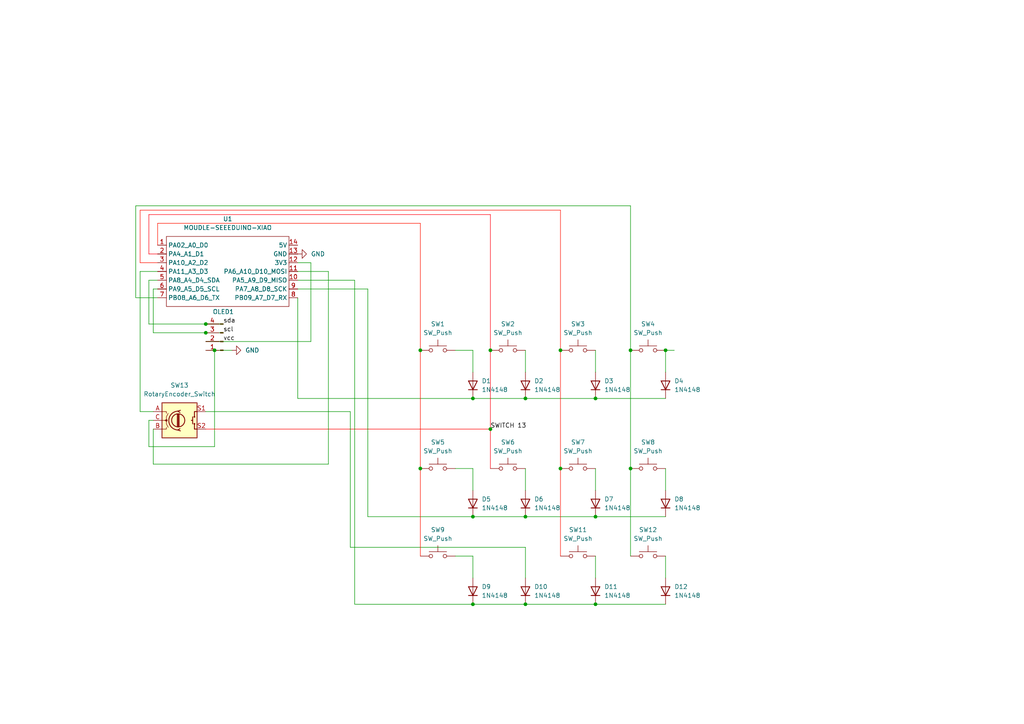
<source format=kicad_sch>
(kicad_sch (version 20250114) (generator "eeschema") (generator_version "9.0")
  (paper "A4")
  (lib_symbols
    (symbol "Connector:Conn_01x04_Pin" (pin_names (offset 1.016) (hide yes))
      (property "Reference" "J" (at 0 5.08 0))
      (property "Value" "Conn_01x04_Pin" (at 0 -7.62 0))
      (symbol "Conn_01x04_Pin_1_1"
        (rectangle (start 0.8636 2.667) (end 0 2.413) (stroke (width 0.1524)) (fill (type outline)))
        (rectangle (start 0.8636 0.127) (end 0 -0.127) (stroke (width 0.1524)) (fill (type outline)))
        (rectangle (start 0.8636 -2.413) (end 0 -2.667) (stroke (width 0.1524)) (fill (type outline)))
        (rectangle (start 0.8636 -4.953) (end 0 -5.207) (stroke (width 0.1524)) (fill (type outline)))
        (polyline (pts (xy 1.27 2.54) (xy 0.8636 2.54)) (stroke (width 0.1524)))
        (polyline (pts (xy 1.27 0) (xy 0.8636 0)) (stroke (width 0.1524)))
        (polyline (pts (xy 1.27 -2.54) (xy 0.8636 -2.54)) (stroke (width 0.1524)))
        (polyline (pts (xy 1.27 -5.08) (xy 0.8636 -5.08)) (stroke (width 0.1524)))
        (pin passive line (at 5.08 2.54 180) (length 3.81) (name "Pin_1") (number "1"))
        (pin passive line (at 5.08 0 180) (length 3.81) (name "Pin_2") (number "2"))
        (pin passive line (at 5.08 -2.54 180) (length 3.81) (name "Pin_3") (number "3"))
        (pin passive line (at 5.08 -5.08 180) (length 3.81) (name "Pin_4") (number "4"))
      )
    )
    (symbol "Device:RotaryEncoder_Switch" (pin_names (offset 0.254) (hide yes))
      (property "Reference" "SW" (at 0 6.604 0))
      (property "Value" "RotaryEncoder_Switch" (at 0 -6.604 0))
      (symbol "RotaryEncoder_Switch_0_1"
        (rectangle (start -5.08 5.08) (end 5.08 -5.08) (stroke (width 0.254)) (fill (type background)))
        (polyline (pts (xy -5.08 2.54) (xy -3.81 2.54) (xy -3.81 2.032)))
        (polyline (pts (xy -5.08 0) (xy -3.81 0) (xy -3.81 -1.016) (xy -3.302 -2.032)))
        (polyline (pts (xy -5.08 -2.54) (xy -3.81 -2.54) (xy -3.81 -2.032)))
        (polyline (pts (xy -4.318 0) (xy -3.81 0) (xy -3.81 1.016) (xy -3.302 2.032)))
        (circle (center -3.81 0) (radius 0.254) (fill (type outline)))
        (polyline (pts (xy -0.635 -1.778) (xy -0.635 1.778)) (stroke (width 0.254)))
        (circle (center -0.381 0) (radius 1.905) (stroke (width 0.254)))
        (polyline (pts (xy -0.381 -1.778) (xy -0.381 1.778)) (stroke (width 0.254)))
        (arc (start -0.381 -2.794) (mid -3.0988 -0.0635) (end -0.381 2.667) (stroke (width 0.254)))
        (polyline (pts (xy -0.127 1.778) (xy -0.127 -1.778)) (stroke (width 0.254)))
        (polyline (pts (xy 0.254 2.921) (xy -0.508 2.667) (xy 0.127 2.286)) (stroke (width 0.254)))
        (polyline (pts (xy 0.254 -3.048) (xy -0.508 -2.794) (xy 0.127 -2.413)) (stroke (width 0.254)))
        (polyline (pts (xy 3.81 1.016) (xy 3.81 -1.016)) (stroke (width 0.254)))
        (polyline (pts (xy 3.81 0) (xy 3.429 0)) (stroke (width 0.254)))
        (circle (center 4.318 1.016) (radius 0.127) (stroke (width 0.254)))
        (circle (center 4.318 -1.016) (radius 0.127) (stroke (width 0.254)))
        (polyline (pts (xy 5.08 2.54) (xy 4.318 2.54) (xy 4.318 1.016)) (stroke (width 0.254)))
        (polyline (pts (xy 5.08 -2.54) (xy 4.318 -2.54) (xy 4.318 -1.016)) (stroke (width 0.254)))
      )
      (symbol "RotaryEncoder_Switch_1_1"
        (pin passive line (at -7.62 2.54 0) (length 2.54) (name "A") (number "A"))
        (pin passive line (at -7.62 0 0) (length 2.54) (name "C") (number "C"))
        (pin passive line (at -7.62 -2.54 0) (length 2.54) (name "B") (number "B"))
        (pin passive line (at 7.62 2.54 180) (length 2.54) (name "S1") (number "S1"))
        (pin passive line (at 7.62 -2.54 180) (length 2.54) (name "S2") (number "S2"))
      )
    )
    (symbol "Diode:1N4148" (pin_numbers (hide yes)) (pin_names (hide yes))
      (property "Reference" "D" (at 0 2.54 0))
      (property "Value" "1N4148" (at 0 -2.54 0))
      (symbol "1N4148_0_1"
        (polyline (pts (xy -1.27 1.27) (xy -1.27 -1.27)) (stroke (width 0.254)))
        (polyline (pts (xy 1.27 1.27) (xy 1.27 -1.27) (xy -1.27 0) (xy 1.27 1.27)) (stroke (width 0.254)))
        (polyline (pts (xy 1.27 0) (xy -1.27 0)))
      )
      (symbol "1N4148_1_1"
        (pin passive line (at -3.81 0 0) (length 2.54) (name "K") (number "1"))
        (pin passive line (at 3.81 0 180) (length 2.54) (name "A") (number "2"))
      )
    )
    (symbol "Switch:SW_Push" (pin_numbers (hide yes)) (pin_names (offset 1.016) (hide yes))
      (property "Reference" "SW" (at 1.27 2.54 0))
      (property "Value" "SW_Push" (at 0 -1.524 0))
      (symbol "SW_Push_0_1"
        (circle (center -2.032 0) (radius 0.508))
        (polyline (pts (xy 0 1.27) (xy 0 3.048)))
        (circle (center 2.032 0) (radius 0.508))
        (polyline (pts (xy 2.54 1.27) (xy -2.54 1.27)))
        (pin passive line (at -5.08 0 0) (length 2.54) (name "1") (number "1"))
        (pin passive line (at 5.08 0 180) (length 2.54) (name "2") (number "2"))
      )
    )
    (symbol "XIAO_RP2040:MOUDLE-SEEEDUINO-XIAO"
      (property "Reference" "U" (at -16.51 11.43 0))
      (property "Value" "MOUDLE-SEEEDUINO-XIAO" (at -3.81 -11.43 0))
      (symbol "MOUDLE-SEEEDUINO-XIAO_0_1"
        (rectangle (start -16.51 10.16) (end 19.05 -10.16))
      )
      (symbol "MOUDLE-SEEEDUINO-XIAO_1_1"
        (pin passive line (at -19.05 7.62 0) (length 2.54) (name "PA02_A0_D0") (number "1"))
        (pin passive line (at -19.05 5.08 0) (length 2.54) (name "PA4_A1_D1") (number "2"))
        (pin passive line (at -19.05 2.54 0) (length 2.54) (name "PA10_A2_D2") (number "3"))
        (pin passive line (at -19.05 0 0) (length 2.54) (name "PA11_A3_D3") (number "4"))
        (pin passive line (at -19.05 -2.54 0) (length 2.54) (name "PA8_A4_D4_SDA") (number "5"))
        (pin passive line (at -19.05 -5.08 0) (length 2.54) (name "PA9_A5_D5_SCL") (number "6"))
        (pin passive line (at -19.05 -7.62 0) (length 2.54) (name "PB08_A6_D6_TX") (number "7"))
        (pin passive line (at 21.59 7.62 180) (length 2.54) (name "5V") (number "14"))
        (pin passive line (at 21.59 5.08 180) (length 2.54) (name "GND") (number "13"))
        (pin passive line (at 21.59 2.54 180) (length 2.54) (name "3V3") (number "12"))
        (pin passive line (at 21.59 0 180) (length 2.54) (name "PA6_A10_D10_MOSI") (number "11"))
        (pin passive line (at 21.59 -2.54 180) (length 2.54) (name "PA5_A9_D9_MISO") (number "10"))
        (pin passive line (at 21.59 -5.08 180) (length 2.54) (name "PA7_A8_D8_SCK") (number "9"))
        (pin passive line (at 21.59 -7.62 180) (length 2.54) (name "PB09_A7_D7_RX") (number "8"))
      )
    )
    (symbol "power:GND" (power) (pin_numbers (hide yes)) (pin_names (offset 0) (hide yes))
      (property "Value" "GND" (at 0 -3.81 0))
      (symbol "GND_0_1"
        (polyline (pts (xy 0 0) (xy 0 -1.27) (xy 1.27 -1.27) (xy 0 -2.54) (xy -1.27 -1.27) (xy 0 -1.27)))
      )
      (symbol "GND_1_1"
        (pin power_in line (at 0 0 270) (length 0) (name "~") (number "1"))
      )
    )
  )
  (junction (at 142.24 124.46))
  (junction (at 62.23 101.6))
  (junction (at 137.16 115.57))
  (junction (at 152.4 175.26))
  (junction (at 152.4 149.86))
  (junction (at 172.72 149.86))
  (junction (at 182.88 101.6))
  (junction (at 182.88 135.89))
  (junction (at 59.69 96.52))
  (junction (at 59.69 93.98))
  (junction (at 142.24 101.6))
  (junction (at 172.72 175.26))
  (junction (at 121.92 101.6))
  (junction (at 152.4 115.57))
  (junction (at 162.56 135.89))
  (junction (at 121.92 135.89))
  (junction (at 137.16 149.86))
  (junction (at 162.56 101.6))
  (junction (at 172.72 115.57))
  (junction (at 193.04 101.6))
  (junction (at 137.16 175.26))
  (wire (pts (xy 137.16 161.29) (xy 137.16 167.64)))
  (wire (pts (xy 95.25 134.62) (xy 95.25 78.74)))
  (wire (pts (xy 43.18 81.28) (xy 45.72 81.28)))
  (wire (pts (xy 45.72 86.36) (xy 39.37 86.36)))
  (wire (pts (xy 152.4 149.86) (xy 172.72 149.86)))
  (wire (pts (xy 45.72 64.77) (xy 121.92 64.77)) (stroke (width 0) (color 255 19 0 1)))
  (wire (pts (xy 182.88 59.69) (xy 182.88 101.6)))
  (wire (pts (xy 59.69 96.52) (xy 44.45 96.52)))
  (wire (pts (xy 182.88 101.6) (xy 182.88 135.89)))
  (wire (pts (xy 86.36 76.2) (xy 90.17 76.2)))
  (wire (pts (xy 172.72 175.26) (xy 193.04 175.26)))
  (wire (pts (xy 44.45 83.82) (xy 45.72 83.82)))
  (wire (pts (xy 59.69 93.98) (xy 64.77 93.98)))
  (wire (pts (xy 152.4 158.75) (xy 152.4 167.64)))
  (wire (pts (xy 193.04 101.6) (xy 195.58 101.6)))
  (wire (pts (xy 40.64 119.38) (xy 40.64 78.74)))
  (wire (pts (xy 59.69 96.52) (xy 64.77 96.52)))
  (wire (pts (xy 101.6 158.75) (xy 152.4 158.75)))
  (wire (pts (xy 59.69 119.38) (xy 101.6 119.38)))
  (wire (pts (xy 43.18 121.92) (xy 43.18 129.54)))
  (wire (pts (xy 44.45 124.46) (xy 44.45 134.62)))
  (wire (pts (xy 59.69 99.06) (xy 90.17 99.06)))
  (wire (pts (xy 101.6 119.38) (xy 101.6 158.75)))
  (wire (pts (xy 152.4 115.57) (xy 172.72 115.57)))
  (wire (pts (xy 162.56 101.6) (xy 162.56 135.89)) (stroke (width 0) (color 255 22 7 1)))
  (wire (pts (xy 45.72 73.66) (xy 43.18 73.66)) (stroke (width 0) (color 255 0 15 1)))
  (wire (pts (xy 142.24 101.6) (xy 142.24 124.46)) (stroke (width 0) (color 255 0 15 1)))
  (wire (pts (xy 193.04 161.29) (xy 193.04 167.64)))
  (wire (pts (xy 43.18 129.54) (xy 62.23 129.54)))
  (wire (pts (xy 162.56 60.96) (xy 162.56 101.6)) (stroke (width 0) (color 255 22 7 1)))
  (wire (pts (xy 45.72 76.2) (xy 40.64 76.2)) (stroke (width 0) (color 255 22 7 1)))
  (wire (pts (xy 40.64 78.74) (xy 45.72 78.74)))
  (wire (pts (xy 59.69 93.98) (xy 43.18 93.98)))
  (wire (pts (xy 152.4 135.89) (xy 152.4 142.24)))
  (wire (pts (xy 44.45 134.62) (xy 95.25 134.62)))
  (wire (pts (xy 193.04 101.6) (xy 193.04 107.95)))
  (wire (pts (xy 39.37 86.36) (xy 39.37 59.69)))
  (wire (pts (xy 44.45 96.52) (xy 44.45 83.82)))
  (wire (pts (xy 86.36 83.82) (xy 106.68 83.82)))
  (wire (pts (xy 172.72 149.86) (xy 193.04 149.86)))
  (wire (pts (xy 137.16 101.6) (xy 137.16 107.95)))
  (wire (pts (xy 86.36 115.57) (xy 86.36 86.36)))
  (wire (pts (xy 39.37 59.69) (xy 182.88 59.69)))
  (wire (pts (xy 40.64 60.96) (xy 40.64 76.2)) (stroke (width 0) (color 255 22 7 1)))
  (wire (pts (xy 172.72 115.57) (xy 193.04 115.57)))
  (wire (pts (xy 137.16 135.89) (xy 137.16 142.24)))
  (wire (pts (xy 106.68 83.82) (xy 106.68 149.86)))
  (wire (pts (xy 132.08 135.89) (xy 137.16 135.89)))
  (wire (pts (xy 43.18 62.23) (xy 43.18 73.66)) (stroke (width 0) (color 255 0 15 1)))
  (wire (pts (xy 102.87 175.26) (xy 137.16 175.26)))
  (wire (pts (xy 162.56 135.89) (xy 162.56 161.29)) (stroke (width 0) (color 255 22 7 1)))
  (wire (pts (xy 40.64 60.96) (xy 162.56 60.96)) (stroke (width 0) (color 255 22 7 1)))
  (wire (pts (xy 59.69 101.6) (xy 62.23 101.6)))
  (wire (pts (xy 43.18 62.23) (xy 142.24 62.23)) (stroke (width 0) (color 255 0 15 1)))
  (wire (pts (xy 121.92 135.89) (xy 121.92 161.29)) (stroke (width 0) (color 255 19 0 1)))
  (wire (pts (xy 106.68 149.86) (xy 137.16 149.86)))
  (wire (pts (xy 102.87 81.28) (xy 102.87 175.26)))
  (wire (pts (xy 62.23 101.6) (xy 62.23 129.54)))
  (wire (pts (xy 182.88 135.89) (xy 182.88 161.29)))
  (wire (pts (xy 137.16 149.86) (xy 152.4 149.86)))
  (wire (pts (xy 43.18 93.98) (xy 43.18 81.28)))
  (wire (pts (xy 132.08 161.29) (xy 137.16 161.29)))
  (wire (pts (xy 172.72 135.89) (xy 172.72 142.24)))
  (wire (pts (xy 142.24 62.23) (xy 142.24 101.6)) (stroke (width 0) (color 255 0 15 1)))
  (wire (pts (xy 142.24 124.46) (xy 142.24 135.89)) (stroke (width 0) (color 255 0 15 1)))
  (wire (pts (xy 121.92 101.6) (xy 121.92 135.89)) (stroke (width 0) (color 255 19 0 1)))
  (wire (pts (xy 172.72 101.6) (xy 172.72 107.95)))
  (wire (pts (xy 172.72 161.29) (xy 172.72 167.64)))
  (wire (pts (xy 137.16 115.57) (xy 86.36 115.57)))
  (wire (pts (xy 90.17 76.2) (xy 90.17 99.06)))
  (wire (pts (xy 152.4 175.26) (xy 172.72 175.26)))
  (wire (pts (xy 45.72 64.77) (xy 45.72 71.12)) (stroke (width 0) (color 255 19 0 1)))
  (wire (pts (xy 121.92 64.77) (xy 121.92 101.6)) (stroke (width 0) (color 255 19 0 1)))
  (wire (pts (xy 44.45 119.38) (xy 40.64 119.38)))
  (wire (pts (xy 137.16 175.26) (xy 152.4 175.26)))
  (wire (pts (xy 193.04 135.89) (xy 193.04 142.24)))
  (wire (pts (xy 44.45 121.92) (xy 43.18 121.92)))
  (wire (pts (xy 62.23 101.6) (xy 67.31 101.6)))
  (wire (pts (xy 132.08 101.6) (xy 137.16 101.6)))
  (wire (pts (xy 95.25 78.74) (xy 86.36 78.74)))
  (wire (pts (xy 59.69 124.46) (xy 142.24 124.46)) (stroke (width 0) (color 255 0 0 1)))
  (wire (pts (xy 86.36 81.28) (xy 102.87 81.28)))
  (wire (pts (xy 152.4 101.6) (xy 152.4 107.95)))
  (wire (pts (xy 137.16 115.57) (xy 152.4 115.57)))
  (label "vcc" (at 64.77 99.06 0))
  (label "sda" (at 64.77 93.98 0))
  (label "SWITCH 13" (at 142.24 124.46 0))
  (label "scl" (at 64.77 96.52 0))
  (symbol (lib_id "Connector:Conn_01x04_Pin") (at 64.77 99.06 180) (unit 1)
    (property "Reference" "OLED1" (at 64.77 90.424 0))
    (property "Value" "Conn_01x04_Pin" (effects (hide yes)))
    (property "Footprint" "KiCad-SSD1306-0.91-OLED-4pin-128x32:SSD1306-0.91-OLED-4pin-128x32" (effects (hide yes)))
    (property "Description" "Generic connector, single row, 01x04, script generated" (effects (hide yes)))
  )
  (symbol (lib_id "Diode:1N4148") (at 193.04 146.05 90) (unit 1)
    (property "Reference" "D8" (at 195.58 144.7799 90) (effects (justify right)))
    (property "Value" "1N4148" (at 195.58 147.3199 90) (effects (justify right)))
    (property "Footprint" "Diode_THT:D_DO-35_SOD27_P7.62mm_Horizontal" (effects (hide yes)))
    (property "Datasheet" "https://assets.nexperia.com/documents/data-sheet/1N4148_1N4448.pdf" (effects (hide yes)))
    (property "Description" "100V 0.15A standard switching diode, DO-35" (effects (hide yes)))
    (property "Sim.Device" "D" (effects (hide yes)))
    (property "Sim.Pins" "1=K 2=A" (effects (hide yes)))
  )
  (symbol (lib_id "Switch:SW_Push") (at 127 101.6 0) (unit 1)
    (property "Reference" "SW1" (at 127 93.98 0))
    (property "Value" "SW_Push" (at 127 96.52 0))
    (property "Footprint" "Button_Switch_Keyboard:SW_Cherry_MX_1.00u_PCB_3d" (effects (hide yes)))
    (property "Description" "Push button switch, generic, two pins" (effects (hide yes)))
  )
  (symbol (lib_id "Switch:SW_Push") (at 147.32 135.89 0) (unit 1)
    (property "Reference" "SW6" (at 147.32 128.27 0))
    (property "Value" "SW_Push" (at 147.32 130.81 0))
    (property "Footprint" "Button_Switch_Keyboard:SW_Cherry_MX_1.00u_PCB_3d" (effects (hide yes)))
    (property "Description" "Push button switch, generic, two pins" (effects (hide yes)))
  )
  (symbol (lib_id "Switch:SW_Push") (at 187.96 135.89 0) (unit 1)
    (property "Reference" "SW8" (at 187.96 128.27 0))
    (property "Value" "SW_Push" (at 187.96 130.81 0))
    (property "Footprint" "Button_Switch_Keyboard:SW_Cherry_MX_1.00u_PCB_3d" (effects (hide yes)))
    (property "Description" "Push button switch, generic, two pins" (effects (hide yes)))
  )
  (symbol (lib_id "Switch:SW_Push") (at 147.32 101.6 0) (unit 1)
    (property "Reference" "SW2" (at 147.32 93.98 0))
    (property "Value" "SW_Push" (at 147.32 96.52 0))
    (property "Footprint" "Button_Switch_Keyboard:SW_Cherry_MX_1.00u_PCB_3d" (effects (hide yes)))
    (property "Description" "Push button switch, generic, two pins" (effects (hide yes)))
  )
  (symbol (lib_id "XIAO_RP2040:MOUDLE-SEEEDUINO-XIAO") (at 64.77 78.74 0) (unit 1)
    (property "Reference" "U1" (at 66.04 63.5 0))
    (property "Value" "MOUDLE-SEEEDUINO-XIAO" (at 66.04 66.04 0))
    (property "Footprint" "footprints:XIAO-Generic-Hybrid-14P-2.54-21X17.8MM" (effects (hide yes)))
  )
  (symbol (lib_id "Diode:1N4148") (at 137.16 111.76 90) (unit 1)
    (property "Reference" "D1" (at 139.7 110.4899 90) (effects (justify right)))
    (property "Value" "1N4148" (at 139.7 113.0299 90) (effects (justify right)))
    (property "Footprint" "Diode_THT:D_DO-35_SOD27_P7.62mm_Horizontal" (effects (hide yes)))
    (property "Datasheet" "https://assets.nexperia.com/documents/data-sheet/1N4148_1N4448.pdf" (effects (hide yes)))
    (property "Description" "100V 0.15A standard switching diode, DO-35" (effects (hide yes)))
    (property "Sim.Device" "D" (effects (hide yes)))
    (property "Sim.Pins" "1=K 2=A" (effects (hide yes)))
  )
  (symbol (lib_id "Diode:1N4148") (at 137.16 171.45 90) (unit 1)
    (property "Reference" "D9" (at 139.7 170.1799 90) (effects (justify right)))
    (property "Value" "1N4148" (at 139.7 172.7199 90) (effects (justify right)))
    (property "Footprint" "Diode_THT:D_DO-35_SOD27_P7.62mm_Horizontal" (effects (hide yes)))
    (property "Datasheet" "https://assets.nexperia.com/documents/data-sheet/1N4148_1N4448.pdf" (effects (hide yes)))
    (property "Description" "100V 0.15A standard switching diode, DO-35" (effects (hide yes)))
    (property "Sim.Device" "D" (effects (hide yes)))
    (property "Sim.Pins" "1=K 2=A" (effects (hide yes)))
  )
  (symbol (lib_id "Diode:1N4148") (at 172.72 111.76 90) (unit 1)
    (property "Reference" "D3" (at 175.26 110.4899 90) (effects (justify right)))
    (property "Value" "1N4148" (at 175.26 113.0299 90) (effects (justify right)))
    (property "Footprint" "Diode_THT:D_DO-35_SOD27_P7.62mm_Horizontal" (effects (hide yes)))
    (property "Datasheet" "https://assets.nexperia.com/documents/data-sheet/1N4148_1N4448.pdf" (effects (hide yes)))
    (property "Description" "100V 0.15A standard switching diode, DO-35" (effects (hide yes)))
    (property "Sim.Device" "D" (effects (hide yes)))
    (property "Sim.Pins" "1=K 2=A" (effects (hide yes)))
  )
  (symbol (lib_id "power:GND") (at 86.36 73.66 90) (unit 1)
    (property "Reference" "#PWR01" (effects (hide yes)))
    (property "Value" "GND" (at 90.17 73.6599 90) (effects (justify right)))
    (property "Description" "Power symbol creates a global label with name \"GND\" , ground" (effects (hide yes)))
  )
  (symbol (lib_id "Diode:1N4148") (at 193.04 111.76 90) (unit 1)
    (property "Reference" "D4" (at 195.58 110.4899 90) (effects (justify right)))
    (property "Value" "1N4148" (at 195.58 113.0299 90) (effects (justify right)))
    (property "Footprint" "Diode_THT:D_DO-35_SOD27_P7.62mm_Horizontal" (effects (hide yes)))
    (property "Datasheet" "https://assets.nexperia.com/documents/data-sheet/1N4148_1N4448.pdf" (effects (hide yes)))
    (property "Description" "100V 0.15A standard switching diode, DO-35" (effects (hide yes)))
    (property "Sim.Device" "D" (effects (hide yes)))
    (property "Sim.Pins" "1=K 2=A" (effects (hide yes)))
  )
  (symbol (lib_id "Device:RotaryEncoder_Switch") (at 52.07 121.92 0) (unit 1)
    (property "Reference" "SW13" (at 52.07 111.76 0))
    (property "Value" "RotaryEncoder_Switch" (at 52.07 114.3 0))
    (property "Footprint" "Rotary_Encoder:RotaryEncoder_Alps_EC11E-Switch_Vertical_H20mm_CircularMountingHoles" (effects (hide yes)))
    (property "Description" "Rotary encoder, dual channel, incremental quadrate outputs, with switch" (effects (hide yes)))
  )
  (symbol (lib_id "power:GND") (at 67.31 101.6 90) (unit 1)
    (property "Reference" "#PWR02" (effects (hide yes)))
    (property "Value" "GND" (at 71.12 101.5999 90) (effects (justify right)))
    (property "Description" "Power symbol creates a global label with name \"GND\" , ground" (effects (hide yes)))
  )
  (symbol (lib_id "Switch:SW_Push") (at 167.64 101.6 0) (unit 1)
    (property "Reference" "SW3" (at 167.64 93.98 0))
    (property "Value" "SW_Push" (at 167.64 96.52 0))
    (property "Footprint" "Button_Switch_Keyboard:SW_Cherry_MX_1.00u_PCB_3d" (effects (hide yes)))
    (property "Description" "Push button switch, generic, two pins" (effects (hide yes)))
  )
  (symbol (lib_id "Switch:SW_Push") (at 187.96 101.6 0) (unit 1)
    (property "Reference" "SW4" (at 187.96 93.98 0))
    (property "Value" "SW_Push" (at 187.96 96.52 0))
    (property "Footprint" "Button_Switch_Keyboard:SW_Cherry_MX_1.00u_PCB_3d" (effects (hide yes)))
    (property "Description" "Push button switch, generic, two pins" (effects (hide yes)))
  )
  (symbol (lib_id "Switch:SW_Push") (at 167.64 135.89 0) (unit 1)
    (property "Reference" "SW7" (at 167.64 128.27 0))
    (property "Value" "SW_Push" (at 167.64 130.81 0))
    (property "Footprint" "Button_Switch_Keyboard:SW_Cherry_MX_1.00u_PCB_3d" (effects (hide yes)))
    (property "Description" "Push button switch, generic, two pins" (effects (hide yes)))
  )
  (symbol (lib_id "Switch:SW_Push") (at 167.64 161.29 0) (unit 1)
    (property "Reference" "SW11" (at 167.64 153.67 0))
    (property "Value" "SW_Push" (at 167.64 156.21 0))
    (property "Footprint" "Button_Switch_Keyboard:SW_Cherry_MX_1.00u_PCB_3d" (effects (hide yes)))
    (property "Description" "Push button switch, generic, two pins" (effects (hide yes)))
  )
  (symbol (lib_id "Diode:1N4148") (at 172.72 171.45 90) (unit 1)
    (property "Reference" "D11" (at 175.26 170.1799 90) (effects (justify right)))
    (property "Value" "1N4148" (at 175.26 172.7199 90) (effects (justify right)))
    (property "Footprint" "Diode_THT:D_DO-35_SOD27_P7.62mm_Horizontal" (effects (hide yes)))
    (property "Datasheet" "https://assets.nexperia.com/documents/data-sheet/1N4148_1N4448.pdf" (effects (hide yes)))
    (property "Description" "100V 0.15A standard switching diode, DO-35" (effects (hide yes)))
    (property "Sim.Device" "D" (effects (hide yes)))
    (property "Sim.Pins" "1=K 2=A" (effects (hide yes)))
  )
  (symbol (lib_id "Switch:SW_Push") (at 187.96 161.29 0) (unit 1)
    (property "Reference" "SW12" (at 187.96 153.67 0))
    (property "Value" "SW_Push" (at 187.96 156.21 0))
    (property "Footprint" "Button_Switch_Keyboard:SW_Cherry_MX_1.00u_PCB_3d" (effects (hide yes)))
    (property "Description" "Push button switch, generic, two pins" (effects (hide yes)))
  )
  (symbol (lib_id "Diode:1N4148") (at 152.4 171.45 90) (unit 1)
    (property "Reference" "D10" (at 154.94 170.1799 90) (effects (justify right)))
    (property "Value" "1N4148" (at 154.94 172.7199 90) (effects (justify right)))
    (property "Footprint" "Diode_THT:D_DO-35_SOD27_P7.62mm_Horizontal" (effects (hide yes)))
    (property "Datasheet" "https://assets.nexperia.com/documents/data-sheet/1N4148_1N4448.pdf" (effects (hide yes)))
    (property "Description" "100V 0.15A standard switching diode, DO-35" (effects (hide yes)))
    (property "Sim.Device" "D" (effects (hide yes)))
    (property "Sim.Pins" "1=K 2=A" (effects (hide yes)))
  )
  (symbol (lib_id "Switch:SW_Push") (at 127 161.29 0) (unit 1)
    (property "Reference" "SW9" (at 127 153.67 0))
    (property "Value" "SW_Push" (at 127 156.21 0))
    (property "Footprint" "Button_Switch_Keyboard:SW_Cherry_MX_1.00u_PCB_3d" (effects (hide yes)))
    (property "Description" "Push button switch, generic, two pins" (effects (hide yes)))
  )
  (symbol (lib_id "Diode:1N4148") (at 193.04 171.45 90) (unit 1)
    (property "Reference" "D12" (at 195.58 170.1799 90) (effects (justify right)))
    (property "Value" "1N4148" (at 195.58 172.7199 90) (effects (justify right)))
    (property "Footprint" "Diode_THT:D_DO-35_SOD27_P7.62mm_Horizontal" (effects (hide yes)))
    (property "Datasheet" "https://assets.nexperia.com/documents/data-sheet/1N4148_1N4448.pdf" (effects (hide yes)))
    (property "Description" "100V 0.15A standard switching diode, DO-35" (effects (hide yes)))
    (property "Sim.Device" "D" (effects (hide yes)))
    (property "Sim.Pins" "1=K 2=A" (effects (hide yes)))
  )
  (symbol (lib_id "Diode:1N4148") (at 172.72 146.05 90) (unit 1)
    (property "Reference" "D7" (at 175.26 144.7799 90) (effects (justify right)))
    (property "Value" "1N4148" (at 175.26 147.3199 90) (effects (justify right)))
    (property "Footprint" "Diode_THT:D_DO-35_SOD27_P7.62mm_Horizontal" (effects (hide yes)))
    (property "Datasheet" "https://assets.nexperia.com/documents/data-sheet/1N4148_1N4448.pdf" (effects (hide yes)))
    (property "Description" "100V 0.15A standard switching diode, DO-35" (effects (hide yes)))
    (property "Sim.Device" "D" (effects (hide yes)))
    (property "Sim.Pins" "1=K 2=A" (effects (hide yes)))
  )
  (symbol (lib_id "Diode:1N4148") (at 152.4 111.76 90) (unit 1)
    (property "Reference" "D2" (at 154.94 110.4899 90) (effects (justify right)))
    (property "Value" "1N4148" (at 154.94 113.0299 90) (effects (justify right)))
    (property "Footprint" "Diode_THT:D_DO-35_SOD27_P7.62mm_Horizontal" (effects (hide yes)))
    (property "Datasheet" "https://assets.nexperia.com/documents/data-sheet/1N4148_1N4448.pdf" (effects (hide yes)))
    (property "Description" "100V 0.15A standard switching diode, DO-35" (effects (hide yes)))
    (property "Sim.Device" "D" (effects (hide yes)))
    (property "Sim.Pins" "1=K 2=A" (effects (hide yes)))
  )
  (symbol (lib_id "Diode:1N4148") (at 152.4 146.05 90) (unit 1)
    (property "Reference" "D6" (at 154.94 144.7799 90) (effects (justify right)))
    (property "Value" "1N4148" (at 154.94 147.3199 90) (effects (justify right)))
    (property "Footprint" "Diode_THT:D_DO-35_SOD27_P7.62mm_Horizontal" (effects (hide yes)))
    (property "Datasheet" "https://assets.nexperia.com/documents/data-sheet/1N4148_1N4448.pdf" (effects (hide yes)))
    (property "Description" "100V 0.15A standard switching diode, DO-35" (effects (hide yes)))
    (property "Sim.Device" "D" (effects (hide yes)))
    (property "Sim.Pins" "1=K 2=A" (effects (hide yes)))
  )
  (symbol (lib_id "Diode:1N4148") (at 137.16 146.05 90) (unit 1)
    (property "Reference" "D5" (at 139.7 144.7799 90) (effects (justify right)))
    (property "Value" "1N4148" (at 139.7 147.3199 90) (effects (justify right)))
    (property "Footprint" "Diode_THT:D_DO-35_SOD27_P7.62mm_Horizontal" (effects (hide yes)))
    (property "Datasheet" "https://assets.nexperia.com/documents/data-sheet/1N4148_1N4448.pdf" (effects (hide yes)))
    (property "Description" "100V 0.15A standard switching diode, DO-35" (effects (hide yes)))
    (property "Sim.Device" "D" (effects (hide yes)))
    (property "Sim.Pins" "1=K 2=A" (effects (hide yes)))
  )
  (symbol (lib_id "Switch:SW_Push") (at 127 135.89 0) (unit 1)
    (property "Reference" "SW5" (at 127 128.27 0))
    (property "Value" "SW_Push" (at 127 130.81 0))
    (property "Footprint" "Button_Switch_Keyboard:SW_Cherry_MX_1.00u_PCB_3d" (effects (hide yes)))
    (property "Description" "Push button switch, generic, two pins" (effects (hide yes)))
  )
)
</source>
